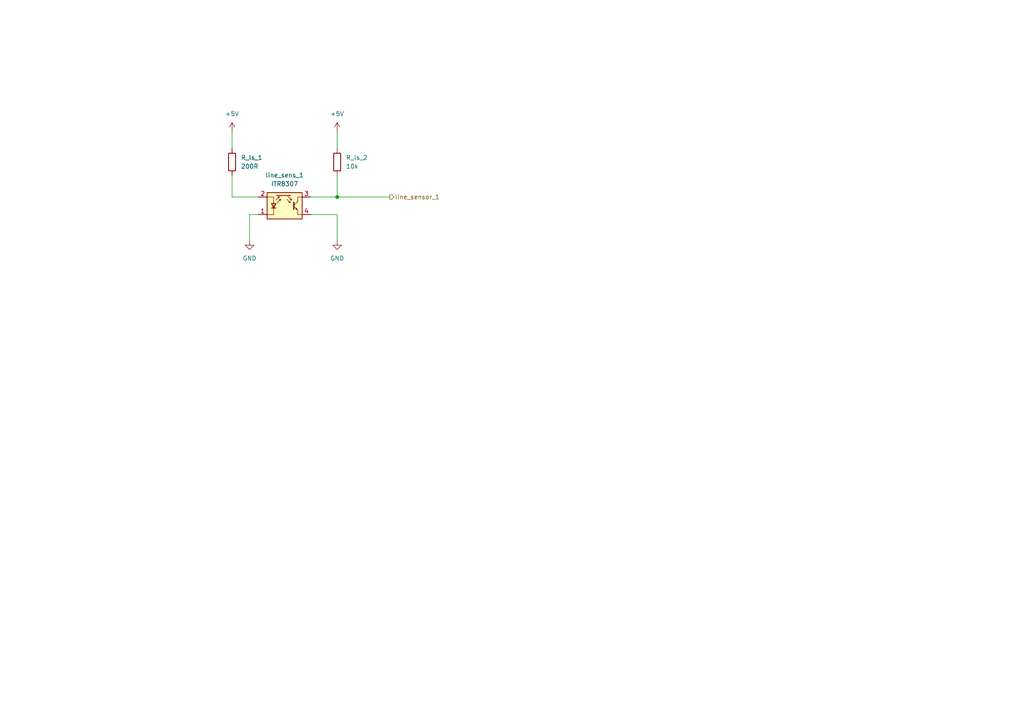
<source format=kicad_sch>
(kicad_sch
	(version 20231120)
	(generator "eeschema")
	(generator_version "8.0")
	(uuid "d8f4e61a-f347-4505-b16f-08a738b27df2")
	(paper "A4")
	(lib_symbols
		(symbol "Device:R"
			(pin_numbers hide)
			(pin_names
				(offset 0)
			)
			(exclude_from_sim no)
			(in_bom yes)
			(on_board yes)
			(property "Reference" "R"
				(at 2.032 0 90)
				(effects
					(font
						(size 1.27 1.27)
					)
				)
			)
			(property "Value" "R"
				(at 0 0 90)
				(effects
					(font
						(size 1.27 1.27)
					)
				)
			)
			(property "Footprint" ""
				(at -1.778 0 90)
				(effects
					(font
						(size 1.27 1.27)
					)
					(hide yes)
				)
			)
			(property "Datasheet" "~"
				(at 0 0 0)
				(effects
					(font
						(size 1.27 1.27)
					)
					(hide yes)
				)
			)
			(property "Description" "Resistor"
				(at 0 0 0)
				(effects
					(font
						(size 1.27 1.27)
					)
					(hide yes)
				)
			)
			(property "ki_keywords" "R res resistor"
				(at 0 0 0)
				(effects
					(font
						(size 1.27 1.27)
					)
					(hide yes)
				)
			)
			(property "ki_fp_filters" "R_*"
				(at 0 0 0)
				(effects
					(font
						(size 1.27 1.27)
					)
					(hide yes)
				)
			)
			(symbol "R_0_1"
				(rectangle
					(start -1.016 -2.54)
					(end 1.016 2.54)
					(stroke
						(width 0.254)
						(type default)
					)
					(fill
						(type none)
					)
				)
			)
			(symbol "R_1_1"
				(pin passive line
					(at 0 3.81 270)
					(length 1.27)
					(name "~"
						(effects
							(font
								(size 1.27 1.27)
							)
						)
					)
					(number "1"
						(effects
							(font
								(size 1.27 1.27)
							)
						)
					)
				)
				(pin passive line
					(at 0 -3.81 90)
					(length 1.27)
					(name "~"
						(effects
							(font
								(size 1.27 1.27)
							)
						)
					)
					(number "2"
						(effects
							(font
								(size 1.27 1.27)
							)
						)
					)
				)
			)
		)
		(symbol "Sensor_Proximity:ITR8307"
			(pin_names
				(offset 0.0254) hide)
			(exclude_from_sim no)
			(in_bom yes)
			(on_board yes)
			(property "Reference" "U"
				(at -5.08 5.08 0)
				(effects
					(font
						(size 1.27 1.27)
					)
					(justify left)
				)
			)
			(property "Value" "ITR8307"
				(at 7.62 5.08 0)
				(effects
					(font
						(size 1.27 1.27)
					)
					(justify right)
				)
			)
			(property "Footprint" "OptoDevice:Everlight_ITR8307"
				(at 0 -5.08 0)
				(effects
					(font
						(size 1.27 1.27)
					)
					(hide yes)
				)
			)
			(property "Datasheet" "http://www.everlight.com/file/ProductFile/ITR8307.pdf"
				(at 0 2.54 0)
				(effects
					(font
						(size 1.27 1.27)
					)
					(hide yes)
				)
			)
			(property "Description" "Subminiature Reflective Optical Sensor, SMD-package with PCB-cutout"
				(at 0 0 0)
				(effects
					(font
						(size 1.27 1.27)
					)
					(hide yes)
				)
			)
			(property "ki_keywords" "Reflective Optical Sensor Opto"
				(at 0 0 0)
				(effects
					(font
						(size 1.27 1.27)
					)
					(hide yes)
				)
			)
			(property "ki_fp_filters" "Everlight*ITR8307*"
				(at 0 0 0)
				(effects
					(font
						(size 1.27 1.27)
					)
					(hide yes)
				)
			)
			(symbol "ITR8307_0_1"
				(polyline
					(pts
						(xy -3.81 -0.635) (xy -2.54 -0.635)
					)
					(stroke
						(width 0.254)
						(type default)
					)
					(fill
						(type none)
					)
				)
				(polyline
					(pts
						(xy -2.286 2.921) (xy -2.032 3.175)
					)
					(stroke
						(width 0)
						(type default)
					)
					(fill
						(type none)
					)
				)
				(polyline
					(pts
						(xy -1.778 2.921) (xy -1.524 3.175)
					)
					(stroke
						(width 0)
						(type default)
					)
					(fill
						(type none)
					)
				)
				(polyline
					(pts
						(xy -1.524 2.667) (xy -1.651 2.159)
					)
					(stroke
						(width 0)
						(type default)
					)
					(fill
						(type none)
					)
				)
				(polyline
					(pts
						(xy -1.27 2.921) (xy -1.016 3.175)
					)
					(stroke
						(width 0)
						(type default)
					)
					(fill
						(type none)
					)
				)
				(polyline
					(pts
						(xy -1.143 1.905) (xy -1.27 1.397)
					)
					(stroke
						(width 0)
						(type default)
					)
					(fill
						(type none)
					)
				)
				(polyline
					(pts
						(xy -0.762 2.921) (xy -0.508 3.175)
					)
					(stroke
						(width 0)
						(type default)
					)
					(fill
						(type none)
					)
				)
				(polyline
					(pts
						(xy -0.254 2.921) (xy 0 3.175)
					)
					(stroke
						(width 0)
						(type default)
					)
					(fill
						(type none)
					)
				)
				(polyline
					(pts
						(xy 0.254 2.921) (xy 0.508 3.175)
					)
					(stroke
						(width 0)
						(type default)
					)
					(fill
						(type none)
					)
				)
				(polyline
					(pts
						(xy 0.762 2.921) (xy 1.016 3.175)
					)
					(stroke
						(width 0)
						(type default)
					)
					(fill
						(type none)
					)
				)
				(polyline
					(pts
						(xy 1.27 2.921) (xy 1.524 3.175)
					)
					(stroke
						(width 0)
						(type default)
					)
					(fill
						(type none)
					)
				)
				(polyline
					(pts
						(xy 1.651 0.889) (xy 1.143 1.016)
					)
					(stroke
						(width 0)
						(type default)
					)
					(fill
						(type none)
					)
				)
				(polyline
					(pts
						(xy 1.778 2.921) (xy -2.413 2.921)
					)
					(stroke
						(width 0)
						(type default)
					)
					(fill
						(type none)
					)
				)
				(polyline
					(pts
						(xy 2.032 1.651) (xy 1.524 1.778)
					)
					(stroke
						(width 0)
						(type default)
					)
					(fill
						(type none)
					)
				)
				(polyline
					(pts
						(xy 2.667 -0.127) (xy 3.81 -1.27)
					)
					(stroke
						(width 0)
						(type default)
					)
					(fill
						(type none)
					)
				)
				(polyline
					(pts
						(xy 2.667 0.127) (xy 3.81 1.27)
					)
					(stroke
						(width 0)
						(type default)
					)
					(fill
						(type none)
					)
				)
				(polyline
					(pts
						(xy -2.54 1.651) (xy -1.524 2.667) (xy -2.032 2.54)
					)
					(stroke
						(width 0)
						(type default)
					)
					(fill
						(type none)
					)
				)
				(polyline
					(pts
						(xy -2.159 0.889) (xy -1.143 1.905) (xy -1.651 1.778)
					)
					(stroke
						(width 0)
						(type default)
					)
					(fill
						(type none)
					)
				)
				(polyline
					(pts
						(xy 0.635 1.905) (xy 1.651 0.889) (xy 1.524 1.397)
					)
					(stroke
						(width 0)
						(type default)
					)
					(fill
						(type none)
					)
				)
				(polyline
					(pts
						(xy 1.016 2.667) (xy 2.032 1.651) (xy 1.905 2.159)
					)
					(stroke
						(width 0)
						(type default)
					)
					(fill
						(type none)
					)
				)
				(polyline
					(pts
						(xy 2.667 1.016) (xy 2.667 -1.016) (xy 2.667 -1.016)
					)
					(stroke
						(width 0.3556)
						(type default)
					)
					(fill
						(type none)
					)
				)
				(polyline
					(pts
						(xy 3.81 -1.27) (xy 3.81 -2.54) (xy 5.08 -2.54)
					)
					(stroke
						(width 0)
						(type default)
					)
					(fill
						(type none)
					)
				)
				(polyline
					(pts
						(xy 3.81 1.27) (xy 3.81 2.54) (xy 5.08 2.54)
					)
					(stroke
						(width 0)
						(type default)
					)
					(fill
						(type none)
					)
				)
				(polyline
					(pts
						(xy -5.08 -2.54) (xy -3.175 -2.54) (xy -3.175 2.54) (xy -5.08 2.54)
					)
					(stroke
						(width 0)
						(type default)
					)
					(fill
						(type none)
					)
				)
				(polyline
					(pts
						(xy -3.175 -0.635) (xy -3.81 0.635) (xy -2.54 0.635) (xy -3.175 -0.635)
					)
					(stroke
						(width 0.254)
						(type default)
					)
					(fill
						(type none)
					)
				)
				(polyline
					(pts
						(xy 3.683 -1.143) (xy 3.429 -0.635) (xy 3.175 -0.889) (xy 3.683 -1.143)
					)
					(stroke
						(width 0)
						(type default)
					)
					(fill
						(type none)
					)
				)
				(polyline
					(pts
						(xy -5.08 -3.81) (xy 5.08 -3.81) (xy 5.08 3.81) (xy -5.08 3.81) (xy -5.08 -3.81)
					)
					(stroke
						(width 0.254)
						(type default)
					)
					(fill
						(type background)
					)
				)
			)
			(symbol "ITR8307_1_1"
				(pin passive line
					(at -7.62 -2.54 0)
					(length 2.54)
					(name "K"
						(effects
							(font
								(size 1.27 1.27)
							)
						)
					)
					(number "1"
						(effects
							(font
								(size 1.27 1.27)
							)
						)
					)
				)
				(pin passive line
					(at -7.62 2.54 0)
					(length 2.54)
					(name "A"
						(effects
							(font
								(size 1.27 1.27)
							)
						)
					)
					(number "2"
						(effects
							(font
								(size 1.27 1.27)
							)
						)
					)
				)
				(pin open_collector line
					(at 7.62 2.54 180)
					(length 2.54)
					(name "C"
						(effects
							(font
								(size 1.27 1.27)
							)
						)
					)
					(number "3"
						(effects
							(font
								(size 1.27 1.27)
							)
						)
					)
				)
				(pin open_emitter line
					(at 7.62 -2.54 180)
					(length 2.54)
					(name "E"
						(effects
							(font
								(size 1.27 1.27)
							)
						)
					)
					(number "4"
						(effects
							(font
								(size 1.27 1.27)
							)
						)
					)
				)
			)
		)
		(symbol "power:+5V"
			(power)
			(pin_numbers hide)
			(pin_names
				(offset 0) hide)
			(exclude_from_sim no)
			(in_bom yes)
			(on_board yes)
			(property "Reference" "#PWR"
				(at 0 -3.81 0)
				(effects
					(font
						(size 1.27 1.27)
					)
					(hide yes)
				)
			)
			(property "Value" "+5V"
				(at 0 3.556 0)
				(effects
					(font
						(size 1.27 1.27)
					)
				)
			)
			(property "Footprint" ""
				(at 0 0 0)
				(effects
					(font
						(size 1.27 1.27)
					)
					(hide yes)
				)
			)
			(property "Datasheet" ""
				(at 0 0 0)
				(effects
					(font
						(size 1.27 1.27)
					)
					(hide yes)
				)
			)
			(property "Description" "Power symbol creates a global label with name \"+5V\""
				(at 0 0 0)
				(effects
					(font
						(size 1.27 1.27)
					)
					(hide yes)
				)
			)
			(property "ki_keywords" "global power"
				(at 0 0 0)
				(effects
					(font
						(size 1.27 1.27)
					)
					(hide yes)
				)
			)
			(symbol "+5V_0_1"
				(polyline
					(pts
						(xy -0.762 1.27) (xy 0 2.54)
					)
					(stroke
						(width 0)
						(type default)
					)
					(fill
						(type none)
					)
				)
				(polyline
					(pts
						(xy 0 0) (xy 0 2.54)
					)
					(stroke
						(width 0)
						(type default)
					)
					(fill
						(type none)
					)
				)
				(polyline
					(pts
						(xy 0 2.54) (xy 0.762 1.27)
					)
					(stroke
						(width 0)
						(type default)
					)
					(fill
						(type none)
					)
				)
			)
			(symbol "+5V_1_1"
				(pin power_in line
					(at 0 0 90)
					(length 0)
					(name "~"
						(effects
							(font
								(size 1.27 1.27)
							)
						)
					)
					(number "1"
						(effects
							(font
								(size 1.27 1.27)
							)
						)
					)
				)
			)
		)
		(symbol "power:GND"
			(power)
			(pin_numbers hide)
			(pin_names
				(offset 0) hide)
			(exclude_from_sim no)
			(in_bom yes)
			(on_board yes)
			(property "Reference" "#PWR"
				(at 0 -6.35 0)
				(effects
					(font
						(size 1.27 1.27)
					)
					(hide yes)
				)
			)
			(property "Value" "GND"
				(at 0 -3.81 0)
				(effects
					(font
						(size 1.27 1.27)
					)
				)
			)
			(property "Footprint" ""
				(at 0 0 0)
				(effects
					(font
						(size 1.27 1.27)
					)
					(hide yes)
				)
			)
			(property "Datasheet" ""
				(at 0 0 0)
				(effects
					(font
						(size 1.27 1.27)
					)
					(hide yes)
				)
			)
			(property "Description" "Power symbol creates a global label with name \"GND\" , ground"
				(at 0 0 0)
				(effects
					(font
						(size 1.27 1.27)
					)
					(hide yes)
				)
			)
			(property "ki_keywords" "global power"
				(at 0 0 0)
				(effects
					(font
						(size 1.27 1.27)
					)
					(hide yes)
				)
			)
			(symbol "GND_0_1"
				(polyline
					(pts
						(xy 0 0) (xy 0 -1.27) (xy 1.27 -1.27) (xy 0 -2.54) (xy -1.27 -1.27) (xy 0 -1.27)
					)
					(stroke
						(width 0)
						(type default)
					)
					(fill
						(type none)
					)
				)
			)
			(symbol "GND_1_1"
				(pin power_in line
					(at 0 0 270)
					(length 0)
					(name "~"
						(effects
							(font
								(size 1.27 1.27)
							)
						)
					)
					(number "1"
						(effects
							(font
								(size 1.27 1.27)
							)
						)
					)
				)
			)
		)
	)
	(junction
		(at 97.79 57.15)
		(diameter 0)
		(color 0 0 0 0)
		(uuid "3b1f59e8-fe19-4669-90e0-d7429a958627")
	)
	(wire
		(pts
			(xy 97.79 62.23) (xy 97.79 69.85)
		)
		(stroke
			(width 0)
			(type default)
		)
		(uuid "07f3f9e6-62ef-4dac-9e7d-97a3bca32179")
	)
	(wire
		(pts
			(xy 97.79 57.15) (xy 113.03 57.15)
		)
		(stroke
			(width 0)
			(type default)
		)
		(uuid "5f06f218-c5c6-4b09-ab58-18206d227378")
	)
	(wire
		(pts
			(xy 90.17 62.23) (xy 97.79 62.23)
		)
		(stroke
			(width 0)
			(type default)
		)
		(uuid "8f45d601-82f5-424b-8faa-c0b0e1fc29d4")
	)
	(wire
		(pts
			(xy 97.79 57.15) (xy 90.17 57.15)
		)
		(stroke
			(width 0)
			(type default)
		)
		(uuid "ad2d5017-7d01-4dbe-8f7a-189ac4c51986")
	)
	(wire
		(pts
			(xy 97.79 38.1) (xy 97.79 43.18)
		)
		(stroke
			(width 0)
			(type default)
		)
		(uuid "b5631cb0-2389-45a1-b121-067f5113fc15")
	)
	(wire
		(pts
			(xy 67.31 57.15) (xy 74.93 57.15)
		)
		(stroke
			(width 0)
			(type default)
		)
		(uuid "c0268189-6d3b-4a4c-99d0-9594c6dda3bf")
	)
	(wire
		(pts
			(xy 67.31 38.1) (xy 67.31 43.18)
		)
		(stroke
			(width 0)
			(type default)
		)
		(uuid "e123e57b-2f15-4bf4-8cf2-83ed696b2d50")
	)
	(wire
		(pts
			(xy 72.39 62.23) (xy 72.39 69.85)
		)
		(stroke
			(width 0)
			(type default)
		)
		(uuid "e8351a45-f7a6-4679-9dc8-95a0d8a8315a")
	)
	(wire
		(pts
			(xy 72.39 62.23) (xy 74.93 62.23)
		)
		(stroke
			(width 0)
			(type default)
		)
		(uuid "f08f27b3-6393-48a4-8b26-59de356d4a04")
	)
	(wire
		(pts
			(xy 97.79 50.8) (xy 97.79 57.15)
		)
		(stroke
			(width 0)
			(type default)
		)
		(uuid "f6952480-c383-4de4-9546-79ec3705b417")
	)
	(wire
		(pts
			(xy 67.31 50.8) (xy 67.31 57.15)
		)
		(stroke
			(width 0)
			(type default)
		)
		(uuid "fe84fa33-7d78-4897-b041-2bb8ff7c1b48")
	)
	(hierarchical_label "line_sensor_1"
		(shape output)
		(at 113.03 57.15 0)
		(fields_autoplaced yes)
		(effects
			(font
				(size 1.27 1.27)
			)
			(justify left)
		)
		(uuid "1d614d75-c97d-4ee2-ab8e-b22558262867")
	)
	(symbol
		(lib_id "Device:R")
		(at 97.79 46.99 0)
		(unit 1)
		(exclude_from_sim no)
		(in_bom yes)
		(on_board yes)
		(dnp no)
		(fields_autoplaced yes)
		(uuid "1ac7f6b4-0528-4993-af9b-cb05563148ff")
		(property "Reference" "R_ls_2"
			(at 100.33 45.7199 0)
			(effects
				(font
					(size 1.27 1.27)
				)
				(justify left)
			)
		)
		(property "Value" "10k"
			(at 100.33 48.2599 0)
			(effects
				(font
					(size 1.27 1.27)
				)
				(justify left)
			)
		)
		(property "Footprint" "Resistor_SMD:R_0805_2012Metric"
			(at 96.012 46.99 90)
			(effects
				(font
					(size 1.27 1.27)
				)
				(hide yes)
			)
		)
		(property "Datasheet" "~"
			(at 97.79 46.99 0)
			(effects
				(font
					(size 1.27 1.27)
				)
				(hide yes)
			)
		)
		(property "Description" "Resistor"
			(at 97.79 46.99 0)
			(effects
				(font
					(size 1.27 1.27)
				)
				(hide yes)
			)
		)
		(pin "2"
			(uuid "11d327ce-d3e2-4e34-a48d-2136828bf5b8")
		)
		(pin "1"
			(uuid "9e832256-93b5-4a24-8363-064db001dc19")
		)
		(instances
			(project "konar2"
				(path "/c9154aa1-f1b7-423e-bcde-0c6434e2094e/1e7ef6cc-8958-498a-9ba7-f2fbf37a88fe"
					(reference "R_ls_2")
					(unit 1)
				)
			)
		)
	)
	(symbol
		(lib_id "power:GND")
		(at 97.79 69.85 0)
		(unit 1)
		(exclude_from_sim no)
		(in_bom yes)
		(on_board yes)
		(dnp no)
		(fields_autoplaced yes)
		(uuid "23cb837d-2958-423a-ad47-cafac19b209f")
		(property "Reference" "#PWR042"
			(at 97.79 76.2 0)
			(effects
				(font
					(size 1.27 1.27)
				)
				(hide yes)
			)
		)
		(property "Value" "GND"
			(at 97.79 74.93 0)
			(effects
				(font
					(size 1.27 1.27)
				)
			)
		)
		(property "Footprint" ""
			(at 97.79 69.85 0)
			(effects
				(font
					(size 1.27 1.27)
				)
				(hide yes)
			)
		)
		(property "Datasheet" ""
			(at 97.79 69.85 0)
			(effects
				(font
					(size 1.27 1.27)
				)
				(hide yes)
			)
		)
		(property "Description" "Power symbol creates a global label with name \"GND\" , ground"
			(at 97.79 69.85 0)
			(effects
				(font
					(size 1.27 1.27)
				)
				(hide yes)
			)
		)
		(pin "1"
			(uuid "516e9ede-37d9-47ce-951f-210b88234eb1")
		)
		(instances
			(project "konar2"
				(path "/c9154aa1-f1b7-423e-bcde-0c6434e2094e/1e7ef6cc-8958-498a-9ba7-f2fbf37a88fe"
					(reference "#PWR042")
					(unit 1)
				)
			)
		)
	)
	(symbol
		(lib_id "power:GND")
		(at 72.39 69.85 0)
		(unit 1)
		(exclude_from_sim no)
		(in_bom yes)
		(on_board yes)
		(dnp no)
		(fields_autoplaced yes)
		(uuid "63e9563f-ebc8-4991-ba0b-3e51ef3f2128")
		(property "Reference" "#PWR040"
			(at 72.39 76.2 0)
			(effects
				(font
					(size 1.27 1.27)
				)
				(hide yes)
			)
		)
		(property "Value" "GND"
			(at 72.39 74.93 0)
			(effects
				(font
					(size 1.27 1.27)
				)
			)
		)
		(property "Footprint" ""
			(at 72.39 69.85 0)
			(effects
				(font
					(size 1.27 1.27)
				)
				(hide yes)
			)
		)
		(property "Datasheet" ""
			(at 72.39 69.85 0)
			(effects
				(font
					(size 1.27 1.27)
				)
				(hide yes)
			)
		)
		(property "Description" "Power symbol creates a global label with name \"GND\" , ground"
			(at 72.39 69.85 0)
			(effects
				(font
					(size 1.27 1.27)
				)
				(hide yes)
			)
		)
		(pin "1"
			(uuid "75c50408-b859-4e53-bb6a-d83170750d92")
		)
		(instances
			(project "konar2"
				(path "/c9154aa1-f1b7-423e-bcde-0c6434e2094e/1e7ef6cc-8958-498a-9ba7-f2fbf37a88fe"
					(reference "#PWR040")
					(unit 1)
				)
			)
		)
	)
	(symbol
		(lib_id "Device:R")
		(at 67.31 46.99 0)
		(unit 1)
		(exclude_from_sim no)
		(in_bom yes)
		(on_board yes)
		(dnp no)
		(fields_autoplaced yes)
		(uuid "801f0622-6922-4dfb-8398-a4388cc56c95")
		(property "Reference" "R_ls_1"
			(at 69.85 45.7199 0)
			(effects
				(font
					(size 1.27 1.27)
				)
				(justify left)
			)
		)
		(property "Value" "200R"
			(at 69.85 48.2599 0)
			(effects
				(font
					(size 1.27 1.27)
				)
				(justify left)
			)
		)
		(property "Footprint" "Resistor_SMD:R_0805_2012Metric"
			(at 65.532 46.99 90)
			(effects
				(font
					(size 1.27 1.27)
				)
				(hide yes)
			)
		)
		(property "Datasheet" "~"
			(at 67.31 46.99 0)
			(effects
				(font
					(size 1.27 1.27)
				)
				(hide yes)
			)
		)
		(property "Description" "Resistor"
			(at 67.31 46.99 0)
			(effects
				(font
					(size 1.27 1.27)
				)
				(hide yes)
			)
		)
		(pin "2"
			(uuid "06d7d289-4d10-4ef3-a679-abdbf4eb60ad")
		)
		(pin "1"
			(uuid "3eba2725-4943-474c-ad45-56f2f45a6db2")
		)
		(instances
			(project "konar2"
				(path "/c9154aa1-f1b7-423e-bcde-0c6434e2094e/1e7ef6cc-8958-498a-9ba7-f2fbf37a88fe"
					(reference "R_ls_1")
					(unit 1)
				)
			)
		)
	)
	(symbol
		(lib_id "power:+5V")
		(at 67.31 38.1 0)
		(unit 1)
		(exclude_from_sim no)
		(in_bom yes)
		(on_board yes)
		(dnp no)
		(fields_autoplaced yes)
		(uuid "9bd16520-fffc-4f4f-b981-30961f53e470")
		(property "Reference" "#PWR039"
			(at 67.31 41.91 0)
			(effects
				(font
					(size 1.27 1.27)
				)
				(hide yes)
			)
		)
		(property "Value" "+5V"
			(at 67.31 33.02 0)
			(effects
				(font
					(size 1.27 1.27)
				)
			)
		)
		(property "Footprint" ""
			(at 67.31 38.1 0)
			(effects
				(font
					(size 1.27 1.27)
				)
				(hide yes)
			)
		)
		(property "Datasheet" ""
			(at 67.31 38.1 0)
			(effects
				(font
					(size 1.27 1.27)
				)
				(hide yes)
			)
		)
		(property "Description" "Power symbol creates a global label with name \"+5V\""
			(at 67.31 38.1 0)
			(effects
				(font
					(size 1.27 1.27)
				)
				(hide yes)
			)
		)
		(pin "1"
			(uuid "97c32488-a3d1-42a0-98c4-98db6ddb7a21")
		)
		(instances
			(project "konar2"
				(path "/c9154aa1-f1b7-423e-bcde-0c6434e2094e/1e7ef6cc-8958-498a-9ba7-f2fbf37a88fe"
					(reference "#PWR039")
					(unit 1)
				)
			)
		)
	)
	(symbol
		(lib_id "power:+5V")
		(at 97.79 38.1 0)
		(unit 1)
		(exclude_from_sim no)
		(in_bom yes)
		(on_board yes)
		(dnp no)
		(fields_autoplaced yes)
		(uuid "b32bf3a3-bf7b-4cad-a2a8-a3a7a678d7b3")
		(property "Reference" "#PWR041"
			(at 97.79 41.91 0)
			(effects
				(font
					(size 1.27 1.27)
				)
				(hide yes)
			)
		)
		(property "Value" "+5V"
			(at 97.79 33.02 0)
			(effects
				(font
					(size 1.27 1.27)
				)
			)
		)
		(property "Footprint" ""
			(at 97.79 38.1 0)
			(effects
				(font
					(size 1.27 1.27)
				)
				(hide yes)
			)
		)
		(property "Datasheet" ""
			(at 97.79 38.1 0)
			(effects
				(font
					(size 1.27 1.27)
				)
				(hide yes)
			)
		)
		(property "Description" "Power symbol creates a global label with name \"+5V\""
			(at 97.79 38.1 0)
			(effects
				(font
					(size 1.27 1.27)
				)
				(hide yes)
			)
		)
		(pin "1"
			(uuid "30abda9b-0c44-4176-96e8-9f6cf5ab754d")
		)
		(instances
			(project "konar2"
				(path "/c9154aa1-f1b7-423e-bcde-0c6434e2094e/1e7ef6cc-8958-498a-9ba7-f2fbf37a88fe"
					(reference "#PWR041")
					(unit 1)
				)
			)
		)
	)
	(symbol
		(lib_id "Sensor_Proximity:ITR8307")
		(at 82.55 59.69 0)
		(unit 1)
		(exclude_from_sim no)
		(in_bom yes)
		(on_board yes)
		(dnp no)
		(fields_autoplaced yes)
		(uuid "fdffd465-fd6b-457a-9338-f56af7cc3bb1")
		(property "Reference" "line_sens_1"
			(at 82.55 50.8 0)
			(effects
				(font
					(size 1.27 1.27)
				)
			)
		)
		(property "Value" "ITR8307"
			(at 82.55 53.34 0)
			(effects
				(font
					(size 1.27 1.27)
				)
			)
		)
		(property "Footprint" "OptoDevice:Everlight_ITR8307"
			(at 82.55 64.77 0)
			(effects
				(font
					(size 1.27 1.27)
				)
				(hide yes)
			)
		)
		(property "Datasheet" "http://www.everlight.com/file/ProductFile/ITR8307.pdf"
			(at 82.55 57.15 0)
			(effects
				(font
					(size 1.27 1.27)
				)
				(hide yes)
			)
		)
		(property "Description" "Subminiature Reflective Optical Sensor, SMD-package with PCB-cutout"
			(at 82.55 59.69 0)
			(effects
				(font
					(size 1.27 1.27)
				)
				(hide yes)
			)
		)
		(pin "4"
			(uuid "96918eb6-81bb-478d-8894-f7542827937f")
		)
		(pin "2"
			(uuid "d69fec0a-75bd-44dd-8615-7b7f277d6ebb")
		)
		(pin "1"
			(uuid "58e5d991-6e7d-4a10-a1cf-5c4a62bda387")
		)
		(pin "3"
			(uuid "c7249735-6dde-41db-8f9c-cdae6de2fcca")
		)
		(instances
			(project "konar2"
				(path "/c9154aa1-f1b7-423e-bcde-0c6434e2094e/1e7ef6cc-8958-498a-9ba7-f2fbf37a88fe"
					(reference "line_sens_1")
					(unit 1)
				)
			)
		)
	)
)
</source>
